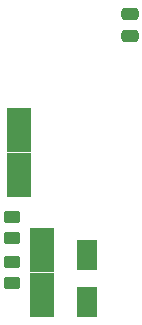
<source format=gbr>
%TF.GenerationSoftware,KiCad,Pcbnew,(6.0.5-0)*%
%TF.CreationDate,2022-11-19T14:20:50-08:00*%
%TF.ProjectId,teensy-lc-reg-adpt,7465656e-7379-42d6-9c63-2d7265672d61,rev?*%
%TF.SameCoordinates,PX8a12ae0PY695f190*%
%TF.FileFunction,Paste,Top*%
%TF.FilePolarity,Positive*%
%FSLAX46Y46*%
G04 Gerber Fmt 4.6, Leading zero omitted, Abs format (unit mm)*
G04 Created by KiCad (PCBNEW (6.0.5-0)) date 2022-11-19 14:20:50*
%MOMM*%
%LPD*%
G01*
G04 APERTURE LIST*
G04 Aperture macros list*
%AMRoundRect*
0 Rectangle with rounded corners*
0 $1 Rounding radius*
0 $2 $3 $4 $5 $6 $7 $8 $9 X,Y pos of 4 corners*
0 Add a 4 corners polygon primitive as box body*
4,1,4,$2,$3,$4,$5,$6,$7,$8,$9,$2,$3,0*
0 Add four circle primitives for the rounded corners*
1,1,$1+$1,$2,$3*
1,1,$1+$1,$4,$5*
1,1,$1+$1,$6,$7*
1,1,$1+$1,$8,$9*
0 Add four rect primitives between the rounded corners*
20,1,$1+$1,$2,$3,$4,$5,0*
20,1,$1+$1,$4,$5,$6,$7,0*
20,1,$1+$1,$6,$7,$8,$9,0*
20,1,$1+$1,$8,$9,$2,$3,0*%
G04 Aperture macros list end*
%ADD10R,1.800000X2.500000*%
%ADD11RoundRect,0.250000X-0.450000X0.262500X-0.450000X-0.262500X0.450000X-0.262500X0.450000X0.262500X0*%
%ADD12RoundRect,0.250000X0.475000X-0.250000X0.475000X0.250000X-0.475000X0.250000X-0.475000X-0.250000X0*%
%ADD13R,2.000000X3.800000*%
G04 APERTURE END LIST*
D10*
%TO.C,D1*%
X11430000Y5937000D03*
X11430000Y1937000D03*
%TD*%
D11*
%TO.C,R2*%
X5080000Y5357500D03*
X5080000Y3532500D03*
%TD*%
%TO.C,R1*%
X5080000Y9167500D03*
X5080000Y7342500D03*
%TD*%
D12*
%TO.C,C1*%
X15113000Y26350000D03*
X15113000Y24450000D03*
%TD*%
D13*
%TO.C,TP3*%
X5715000Y16510000D03*
%TD*%
%TO.C,TP2*%
X7620000Y2540000D03*
%TD*%
%TO.C,TP1*%
X5715000Y12700000D03*
%TD*%
%TO.C,TP4*%
X7620000Y6350000D03*
%TD*%
M02*

</source>
